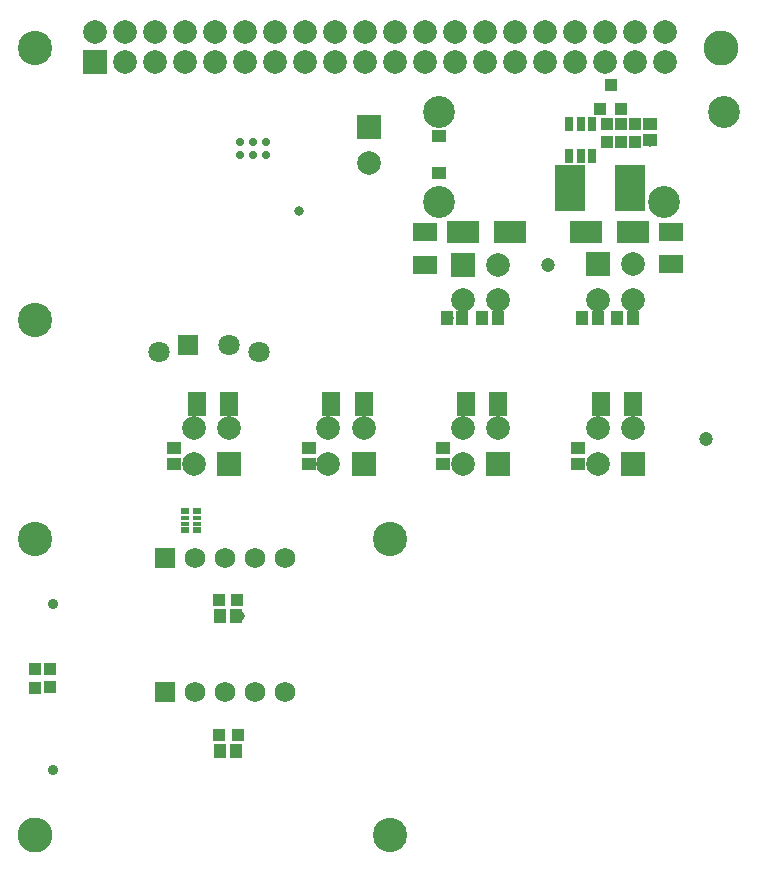
<source format=gbs>
G04*
G04 #@! TF.GenerationSoftware,Altium Limited,Altium Designer,19.1.8 (144)*
G04*
G04 Layer_Color=16711935*
%FSLAX25Y25*%
%MOIN*%
G70*
G01*
G75*
%ADD46C,0.04737*%
%ADD47R,0.04147X0.04147*%
%ADD51R,0.03950X0.04343*%
%ADD52R,0.04147X0.04147*%
%ADD55R,0.04537X0.04143*%
%ADD59R,0.04143X0.04537*%
%ADD73C,0.07887*%
%ADD74R,0.07887X0.07887*%
%ADD75C,0.11430*%
%ADD76C,0.11627*%
%ADD77C,0.10642*%
%ADD78R,0.07099X0.07099*%
%ADD79C,0.07099*%
%ADD80C,0.06800*%
%ADD81R,0.06800X0.06800*%
%ADD82C,0.03556*%
%ADD83C,0.03162*%
%ADD84C,0.02769*%
%ADD122R,0.04540X0.04343*%
%ADD123R,0.06312X0.07887*%
%ADD124R,0.07887X0.06312*%
%ADD125R,0.10642X0.07493*%
%ADD126R,0.10446X0.15367*%
%ADD127R,0.02962X0.04537*%
%ADD128R,0.02769X0.01784*%
%ADD129R,0.02769X0.02178*%
D46*
X180709Y199606D02*
D03*
X233240Y141656D02*
D03*
D47*
X77253Y43012D02*
D03*
X71150D02*
D03*
X71063Y88189D02*
D03*
X77165D02*
D03*
D51*
X205118Y251871D02*
D03*
X198031D02*
D03*
X201575Y259745D02*
D03*
D52*
X9625Y58858D02*
D03*
Y64961D02*
D03*
X14567Y65157D02*
D03*
Y59055D02*
D03*
X209802Y240611D02*
D03*
Y246713D02*
D03*
X205118Y246713D02*
D03*
Y240611D02*
D03*
X200394D02*
D03*
Y246713D02*
D03*
D55*
X190554Y138779D02*
D03*
Y133465D02*
D03*
X145672Y138779D02*
D03*
Y133465D02*
D03*
X101088Y138841D02*
D03*
Y133526D02*
D03*
X56153Y138908D02*
D03*
Y133593D02*
D03*
X214764Y241398D02*
D03*
Y246713D02*
D03*
D59*
X76772Y82677D02*
D03*
X71457D02*
D03*
X76772Y37795D02*
D03*
X71457D02*
D03*
X152168Y182041D02*
D03*
X146853D02*
D03*
X164086Y182035D02*
D03*
X158772D02*
D03*
X197247D02*
D03*
X191932D02*
D03*
X203737D02*
D03*
X209052D02*
D03*
D73*
X152365Y133465D02*
D03*
X164176Y145276D02*
D03*
X152365D02*
D03*
X197247Y133465D02*
D03*
X209058Y145276D02*
D03*
X197247D02*
D03*
X29605Y277323D02*
D03*
X39605Y267323D02*
D03*
Y277323D02*
D03*
X49605Y267323D02*
D03*
Y277323D02*
D03*
X59605Y267323D02*
D03*
Y277323D02*
D03*
X69605Y267323D02*
D03*
Y277323D02*
D03*
X79605Y267323D02*
D03*
Y277323D02*
D03*
X89605Y267323D02*
D03*
Y277323D02*
D03*
X99605Y267323D02*
D03*
Y277323D02*
D03*
X109605Y267323D02*
D03*
Y277323D02*
D03*
X119605Y267323D02*
D03*
Y277323D02*
D03*
X129605Y267323D02*
D03*
Y277323D02*
D03*
X139605Y267323D02*
D03*
Y277323D02*
D03*
X149605Y267323D02*
D03*
Y277323D02*
D03*
X159605Y267323D02*
D03*
Y277323D02*
D03*
X169605Y267323D02*
D03*
Y277323D02*
D03*
X179605Y267323D02*
D03*
Y277323D02*
D03*
X189605Y267323D02*
D03*
Y277323D02*
D03*
X199605Y267323D02*
D03*
Y277323D02*
D03*
X209605Y267323D02*
D03*
Y277323D02*
D03*
X219605Y267323D02*
D03*
Y277323D02*
D03*
X107483Y133465D02*
D03*
X119294Y145276D02*
D03*
X107483D02*
D03*
X62601Y133465D02*
D03*
X74412Y145276D02*
D03*
X62601D02*
D03*
X120867Y233857D02*
D03*
X164086Y199908D02*
D03*
X152276Y188097D02*
D03*
X164086D02*
D03*
X209052Y200001D02*
D03*
X197241Y188190D02*
D03*
X209052D02*
D03*
D74*
X164176Y133465D02*
D03*
X209058D02*
D03*
X29605Y267323D02*
D03*
X119294Y133465D02*
D03*
X74412D02*
D03*
X120867Y245668D02*
D03*
X152276Y199908D02*
D03*
X197241Y200001D02*
D03*
D75*
X9841Y272047D02*
D03*
X9843Y181495D02*
D03*
X9843Y108268D02*
D03*
X127953D02*
D03*
Y9843D02*
D03*
D76*
X238187Y272047D02*
D03*
X9843Y9843D02*
D03*
D77*
X144403Y220904D02*
D03*
Y250904D02*
D03*
X239284D02*
D03*
X219206Y220904D02*
D03*
D78*
X60731Y173228D02*
D03*
D79*
X74511D02*
D03*
X50889Y170748D02*
D03*
X84353D02*
D03*
D80*
X93150Y101969D02*
D03*
X83150D02*
D03*
X73150D02*
D03*
X63150D02*
D03*
X93119Y57579D02*
D03*
X83119D02*
D03*
X73119D02*
D03*
X63119D02*
D03*
D81*
X53150Y101969D02*
D03*
X53119Y57579D02*
D03*
D82*
X15748Y31299D02*
D03*
Y86811D02*
D03*
D83*
X198031Y251871D02*
D03*
X147621Y182041D02*
D03*
X191932Y182035D02*
D03*
X209802Y240611D02*
D03*
X214764D02*
D03*
X97638Y217609D02*
D03*
X77953Y82677D02*
D03*
X77165Y37802D02*
D03*
X70866Y88189D02*
D03*
X71017Y43012D02*
D03*
D84*
X77953Y236416D02*
D03*
Y240747D02*
D03*
X82284Y236416D02*
D03*
Y240747D02*
D03*
X86615Y236416D02*
D03*
Y240747D02*
D03*
D122*
X144403Y242873D02*
D03*
Y230432D02*
D03*
D123*
X74412Y153543D02*
D03*
X63586D02*
D03*
X108467D02*
D03*
X119294D02*
D03*
X153349D02*
D03*
X164176D02*
D03*
X198231D02*
D03*
X209058D02*
D03*
D124*
X139764Y199908D02*
D03*
Y210735D02*
D03*
X221654Y200001D02*
D03*
Y210828D02*
D03*
D125*
X168110Y210630D02*
D03*
X152362D02*
D03*
X209055D02*
D03*
X193307D02*
D03*
D126*
X208169Y225590D02*
D03*
X187894D02*
D03*
D127*
X187795Y235965D02*
D03*
X191535D02*
D03*
X195276D02*
D03*
Y246713D02*
D03*
X191535D02*
D03*
X187795D02*
D03*
D128*
X63681Y115506D02*
D03*
Y113537D02*
D03*
X59744Y115506D02*
D03*
Y113537D02*
D03*
D129*
X63681Y117671D02*
D03*
X59744D02*
D03*
X63681Y111372D02*
D03*
X59744D02*
D03*
M02*

</source>
